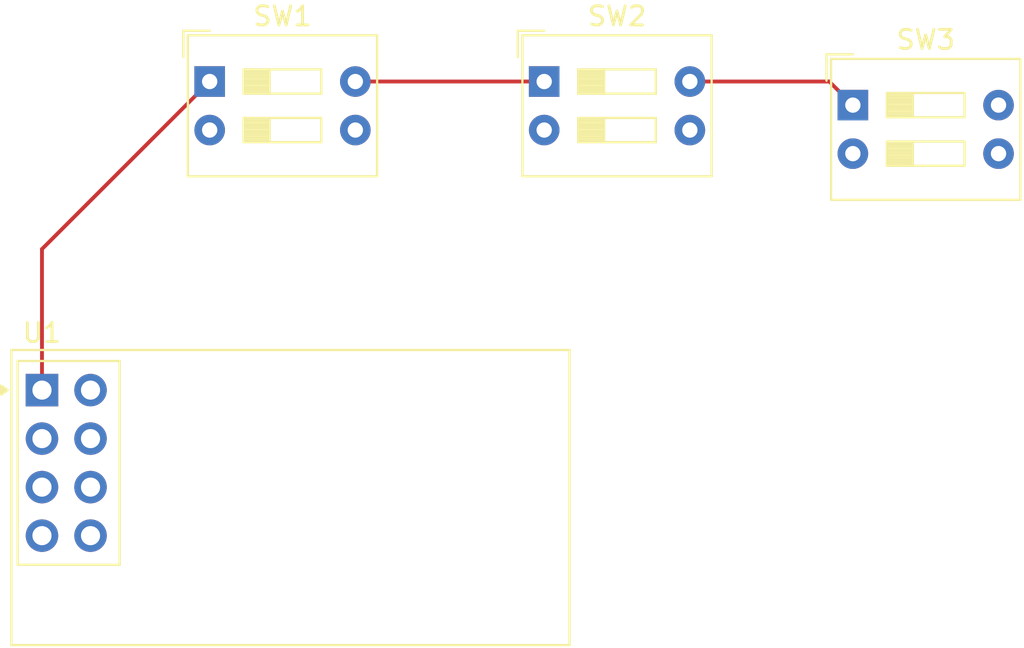
<source format=kicad_pcb>
(kicad_pcb (version 20240108) (generator "pcbnew") (generator_version "8.0")
  (layers (0 "F.Cu" signal) (31 "B.Cu" signal) (34 "B.Paste" user) (35 "F.Paste" user) (36 "B.SilkS" user "B.Silkscreen") (37 "F.SilkS" user "F.Silkscreen") (38 "B.Mask" user) (39 "F.Mask" user) (44 "Edge.Cuts" user))
  (net 0 "")
  (net 1 "GND")
  (net 2 "Net-(U1-GND)")
  (net 4 "+3.3V")
  (net 11 "Net-(SW1-Pad4)")
  (net 16 "Net-(SW2-Pad4)")
  (footprint "Button_Switch_THT:SW_DIP_SPSTx02_Slide_9.78x7.26mm_W7.62mm_P2.54mm" (layer "F.Cu") (at 192.38 77.46)
    (property "Reference" "SW3" (at 3.81 -3.42 360) (layer "F.SilkS"))
    (property "Value" "SW_DIP_x02")
    (fp_line (start -1.38 -2.66) (end -1.38 -1.277) (stroke (width 0.12)) (layer "F.SilkS"))
    (fp_line (start -1.38 -2.66) (end 0.004 -2.66) (stroke (width 0.12)) (layer "F.SilkS"))
    (fp_line (start -1.14 -2.42) (end -1.14 4.96) (stroke (width 0.12)) (layer "F.SilkS"))
    (fp_line (start -1.14 -2.42) (end 8.76 -2.42) (stroke (width 0.12)) (layer "F.SilkS"))
    (fp_line (start -1.14 4.96) (end 8.76 4.96) (stroke (width 0.12)) (layer "F.SilkS"))
    (fp_line (start 1.78 -0.635) (end 1.78 0.635) (stroke (width 0.12)) (layer "F.SilkS"))
    (fp_line (start 1.78 -0.515) (end 3.133333 -0.515) (stroke (width 0.12)) (layer "F.SilkS"))
    (fp_line (start 1.78 -0.395) (end 3.133333 -0.395) (stroke (width 0.12)) (layer "F.SilkS"))
    (fp_line (start 1.78 -0.275) (end 3.133333 -0.275) (stroke (width 0.12)) (layer "F.SilkS"))
    (fp_line (start 1.78 -0.155) (end 3.133333 -0.155) (stroke (width 0.12)) (layer "F.SilkS"))
    (fp_line (start 1.78 -0.035) (end 3.133333 -0.035) (stroke (width 0.12)) (layer "F.SilkS"))
    (fp_line (start 1.78 0.085) (end 3.133333 0.085) (stroke (width 0.12)) (layer "F.SilkS"))
    (fp_line (start 1.78 0.205) (end 3.133333 0.205) (stroke (width 0.12)) (layer "F.SilkS"))
    (fp_line (start 1.78 0.325) (end 3.133333 0.325) (stroke (width 0.12)) (layer "F.SilkS"))
    (fp_line (start 1.78 0.445) (end 3.133333 0.445) (stroke (width 0.12)) (layer "F.SilkS"))
    (fp_line (start 1.78 0.565) (end 3.133333 0.565) (stroke (width 0.12)) (layer "F.SilkS"))
    (fp_line (start 1.78 0.635) (end 5.84 0.635) (stroke (width 0.12)) (layer "F.SilkS"))
    (fp_line (start 1.78 1.905) (end 1.78 3.175) (stroke (width 0.12)) (layer "F.SilkS"))
    (fp_line (start 1.78 2.025) (end 3.133333 2.025) (stroke (width 0.12)) (layer "F.SilkS"))
    (fp_line (start 1.78 2.145) (end 3.133333 2.145) (stroke (width 0.12)) (layer "F.SilkS"))
    (fp_line (start 1.78 2.265) (end 3.133333 2.265) (stroke (width 0.12)) (layer "F.SilkS"))
    (fp_line (start 1.78 2.385) (end 3.133333 2.385) (stroke (width 0.12)) (layer "F.SilkS"))
    (fp_line (start 1.78 2.505) (end 3.133333 2.505) (stroke (width 0.12)) (layer "F.SilkS"))
    (fp_line (start 1.78 2.625) (end 3.133333 2.625) (stroke (width 0.12)) (layer "F.SilkS"))
    (fp_line (start 1.78 2.745) (end 3.133333 2.745) (stroke (width 0.12)) (layer "F.SilkS"))
    (fp_line (start 1.78 2.865) (end 3.133333 2.865) (stroke (width 0.12)) (layer "F.SilkS"))
    (fp_line (start 1.78 2.985) (end 3.133333 2.985) (stroke (width 0.12)) (layer "F.SilkS"))
    (fp_line (start 1.78 3.105) (end 3.133333 3.105) (stroke (width 0.12)) (layer "F.SilkS"))
    (fp_line (start 1.78 3.175) (end 5.84 3.175) (stroke (width 0.12)) (layer "F.SilkS"))
    (fp_line (start 3.133333 -0.635) (end 3.133333 0.635) (stroke (width 0.12)) (layer "F.SilkS"))
    (fp_line (start 3.133333 1.905) (end 3.133333 3.175) (stroke (width 0.12)) (layer "F.SilkS"))
    (fp_line (start 5.84 -0.635) (end 1.78 -0.635) (stroke (width 0.12)) (layer "F.SilkS"))
    (fp_line (start 5.84 0.635) (end 5.84 -0.635) (stroke (width 0.12)) (layer "F.SilkS"))
    (fp_line (start 5.84 1.905) (end 1.78 1.905) (stroke (width 0.12)) (layer "F.SilkS"))
    (fp_line (start 5.84 3.175) (end 5.84 1.905) (stroke (width 0.12)) (layer "F.SilkS"))
    (fp_line (start 8.76 -2.42) (end 8.76 4.96) (stroke (width 0.12)) (layer "F.SilkS"))
    (pad "1" thru_hole rect (at 0 0) (size 1.6 1.6) (drill 0.8) (layers "*.Cu" "*.Mask") (net 16 "Net-(SW2-Pad4)"))
    (pad "2" thru_hole oval (at 0 2.54) (size 1.6 1.6) (drill 0.8) (layers "*.Cu" "*.Mask"))
    (pad "3" thru_hole oval (at 7.62 2.54) (size 1.6 1.6) (drill 0.8) (layers "*.Cu" "*.Mask"))
    (pad "4" thru_hole oval (at 7.62 0) (size 1.6 1.6) (drill 0.8) (layers "*.Cu" "*.Mask") (net 1 "GND"))
  )
  (footprint "RF_Module:nRF24L01_Breakout" (layer "F.Cu") (at 149.96 92.38)
    (property "Reference" "U1" (at 0 -3 0) (layer "F.SilkS"))
    (property "Value" "NRF24L01_Breakout")
    (fp_line (start -1.6 -2.1) (end -1.6 -2.1) (stroke (width 0.12)) (layer "F.SilkS"))
    (fp_line (start -1.6 -2.1) (end 27.6 -2.1) (stroke (width 0.12)) (layer "F.SilkS"))
    (fp_line (start -1.6 13.35) (end -1.6 -2.1) (stroke (width 0.12)) (layer "F.SilkS"))
    (fp_line (start -1.27 -1.524) (end -1.27 -1.524) (stroke (width 0.12)) (layer "F.SilkS"))
    (fp_line (start -1.27 -1.524) (end 4.064 -1.524) (stroke (width 0.12)) (layer "F.SilkS"))
    (fp_line (start -1.27 9.144) (end -1.27 -1.524) (stroke (width 0.12)) (layer "F.SilkS"))
    (fp_line (start -1.27 9.144) (end -1.27 9.144) (stroke (width 0.12)) (layer "F.SilkS"))
    (fp_line (start 4.064 -1.524) (end 4.064 9.144) (stroke (width 0.12)) (layer "F.SilkS"))
    (fp_line (start 4.064 9.144) (end -1.27 9.144) (stroke (width 0.12)) (layer "F.SilkS"))
    (fp_line (start 27.6 -2.1) (end 27.6 13.35) (stroke (width 0.12)) (layer "F.SilkS"))
    (fp_line (start 27.6 13.35) (end -1.6 13.35) (stroke (width 0.12)) (layer "F.SilkS"))
    (fp_poly (pts (xy -1.8 0) (xy -2.136 0.24) (xy -2.136 -0.24) (xy -1.8 0)) (stroke (width 0.12)) (fill solid) (layer "F.SilkS"))
    (pad "1" thru_hole rect (at 0 0) (size 1.7 1.7) (drill 1) (layers "*.Cu" "*.Mask") (net 2 "Net-(U1-GND)"))
    (pad "2" thru_hole circle (at 2.54 0) (size 1.7 1.7) (drill 1) (layers "*.Cu" "*.Mask") (net 4 "+3.3V"))
    (pad "3" thru_hole circle (at 0 2.54) (size 1.7 1.7) (drill 1) (layers "*.Cu" "*.Mask"))
    (pad "4" thru_hole circle (at 2.54 2.54) (size 1.7 1.7) (drill 1) (layers "*.Cu" "*.Mask"))
    (pad "5" thru_hole circle (at 0 5.08) (size 1.7 1.7) (drill 1) (layers "*.Cu" "*.Mask"))
    (pad "6" thru_hole circle (at 2.54 5.08) (size 1.7 1.7) (drill 1) (layers "*.Cu" "*.Mask"))
    (pad "7" thru_hole circle (at 0 7.62) (size 1.7 1.7) (drill 1) (layers "*.Cu" "*.Mask"))
    (pad "8" thru_hole circle (at 2.54 7.62) (size 1.7 1.7) (drill 1) (layers "*.Cu" "*.Mask"))
  )
  (footprint "Button_Switch_THT:SW_DIP_SPSTx02_Slide_9.78x7.26mm_W7.62mm_P2.54mm" (layer "F.Cu") (at 158.7325 76.225)
    (property "Reference" "SW1" (at 3.81 -3.42 360) (layer "F.SilkS"))
    (property "Value" "SW_DIP_x02")
    (fp_line (start -1.38 -2.66) (end -1.38 -1.277) (stroke (width 0.12)) (layer "F.SilkS"))
    (fp_line (start -1.38 -2.66) (end 0.004 -2.66) (stroke (width 0.12)) (layer "F.SilkS"))
    (fp_line (start -1.14 -2.42) (end -1.14 4.96) (stroke (width 0.12)) (layer "F.SilkS"))
    (fp_line (start -1.14 -2.42) (end 8.76 -2.42) (stroke (width 0.12)) (layer "F.SilkS"))
    (fp_line (start -1.14 4.96) (end 8.76 4.96) (stroke (width 0.12)) (layer "F.SilkS"))
    (fp_line (start 1.78 -0.635) (end 1.78 0.635) (stroke (width 0.12)) (layer "F.SilkS"))
    (fp_line (start 1.78 -0.515) (end 3.133333 -0.515) (stroke (width 0.12)) (layer "F.SilkS"))
    (fp_line (start 1.78 -0.395) (end 3.133333 -0.395) (stroke (width 0.12)) (layer "F.SilkS"))
    (fp_line (start 1.78 -0.275) (end 3.133333 -0.275) (stroke (width 0.12)) (layer "F.SilkS"))
    (fp_line (start 1.78 -0.155) (end 3.133333 -0.155) (stroke (width 0.12)) (layer "F.SilkS"))
    (fp_line (start 1.78 -0.035) (end 3.133333 -0.035) (stroke (width 0.12)) (layer "F.SilkS"))
    (fp_line (start 1.78 0.085) (end 3.133333 0.085) (stroke (width 0.12)) (layer "F.SilkS"))
    (fp_line (start 1.78 0.205) (end 3.133333 0.205) (stroke (width 0.12)) (layer "F.SilkS"))
    (fp_line (start 1.78 0.325) (end 3.133333 0.325) (stroke (width 0.12)) (layer "F.SilkS"))
    (fp_line (start 1.78 0.445) (end 3.133333 0.445) (stroke (width 0.12)) (layer "F.SilkS"))
    (fp_line (start 1.78 0.565) (end 3.133333 0.565) (stroke (width 0.12)) (layer "F.SilkS"))
    (fp_line (start 1.78 0.635) (end 5.84 0.635) (stroke (width 0.12)) (layer "F.SilkS"))
    (fp_line (start 1.78 1.905) (end 1.78 3.175) (stroke (width 0.12)) (layer "F.SilkS"))
    (fp_line (start 1.78 2.025) (end 3.133333 2.025) (stroke (width 0.12)) (layer "F.SilkS"))
    (fp_line (start 1.78 2.145) (end 3.133333 2.145) (stroke (width 0.12)) (layer "F.SilkS"))
    (fp_line (start 1.78 2.265) (end 3.133333 2.265) (stroke (width 0.12)) (layer "F.SilkS"))
    (fp_line (start 1.78 2.385) (end 3.133333 2.385) (stroke (width 0.12)) (layer "F.SilkS"))
    (fp_line (start 1.78 2.505) (end 3.133333 2.505) (stroke (width 0.12)) (layer "F.SilkS"))
    (fp_line (start 1.78 2.625) (end 3.133333 2.625) (stroke (width 0.12)) (layer "F.SilkS"))
    (fp_line (start 1.78 2.745) (end 3.133333 2.745) (stroke (width 0.12)) (layer "F.SilkS"))
    (fp_line (start 1.78 2.865) (end 3.133333 2.865) (stroke (width 0.12)) (layer "F.SilkS"))
    (fp_line (start 1.78 2.985) (end 3.133333 2.985) (stroke (width 0.12)) (layer "F.SilkS"))
    (fp_line (start 1.78 3.105) (end 3.133333 3.105) (stroke (width 0.12)) (layer "F.SilkS"))
    (fp_line (start 1.78 3.175) (end 5.84 3.175) (stroke (width 0.12)) (layer "F.SilkS"))
    (fp_line (start 3.133333 -0.635) (end 3.133333 0.635) (stroke (width 0.12)) (layer "F.SilkS"))
    (fp_line (start 3.133333 1.905) (end 3.133333 3.175) (stroke (width 0.12)) (layer "F.SilkS"))
    (fp_line (start 5.84 -0.635) (end 1.78 -0.635) (stroke (width 0.12)) (layer "F.SilkS"))
    (fp_line (start 5.84 0.635) (end 5.84 -0.635) (stroke (width 0.12)) (layer "F.SilkS"))
    (fp_line (start 5.84 1.905) (end 1.78 1.905) (stroke (width 0.12)) (layer "F.SilkS"))
    (fp_line (start 5.84 3.175) (end 5.84 1.905) (stroke (width 0.12)) (layer "F.SilkS"))
    (fp_line (start 8.76 -2.42) (end 8.76 4.96) (stroke (width 0.12)) (layer "F.SilkS"))
    (pad "1" thru_hole rect (at 0 0) (size 1.6 1.6) (drill 0.8) (layers "*.Cu" "*.Mask") (net 2 "Net-(U1-GND)"))
    (pad "2" thru_hole oval (at 0 2.54) (size 1.6 1.6) (drill 0.8) (layers "*.Cu" "*.Mask"))
    (pad "3" thru_hole oval (at 7.62 2.54) (size 1.6 1.6) (drill 0.8) (layers "*.Cu" "*.Mask"))
    (pad "4" thru_hole oval (at 7.62 0) (size 1.6 1.6) (drill 0.8) (layers "*.Cu" "*.Mask") (net 11 "Net-(SW1-Pad4)"))
  )
  (footprint "Button_Switch_THT:SW_DIP_SPSTx02_Slide_9.78x7.26mm_W7.62mm_P2.54mm" (layer "F.Cu") (at 176.2325 76.225)
    (property "Reference" "SW2" (at 3.81 -3.42 360) (layer "F.SilkS"))
    (property "Value" "SW_DIP_x02")
    (fp_line (start -1.38 -2.66) (end -1.38 -1.277) (stroke (width 0.12)) (layer "F.SilkS"))
    (fp_line (start -1.38 -2.66) (end 0.004 -2.66) (stroke (width 0.12)) (layer "F.SilkS"))
    (fp_line (start -1.14 -2.42) (end -1.14 4.96) (stroke (width 0.12)) (layer "F.SilkS"))
    (fp_line (start -1.14 -2.42) (end 8.76 -2.42) (stroke (width 0.12)) (layer "F.SilkS"))
    (fp_line (start -1.14 4.96) (end 8.76 4.96) (stroke (width 0.12)) (layer "F.SilkS"))
    (fp_line (start 1.78 -0.635) (end 1.78 0.635) (stroke (width 0.12)) (layer "F.SilkS"))
    (fp_line (start 1.78 -0.515) (end 3.133333 -0.515) (stroke (width 0.12)) (layer "F.SilkS"))
    (fp_line (start 1.78 -0.395) (end 3.133333 -0.395) (stroke (width 0.12)) (layer "F.SilkS"))
    (fp_line (start 1.78 -0.275) (end 3.133333 -0.275) (stroke (width 0.12)) (layer "F.SilkS"))
    (fp_line (start 1.78 -0.155) (end 3.133333 -0.155) (stroke (width 0.12)) (layer "F.SilkS"))
    (fp_line (start 1.78 -0.035) (end 3.133333 -0.035) (stroke (width 0.12)) (layer "F.SilkS"))
    (fp_line (start 1.78 0.085) (end 3.133333 0.085) (stroke (width 0.12)) (layer "F.SilkS"))
    (fp_line (start 1.78 0.205) (end 3.133333 0.205) (stroke (width 0.12)) (layer "F.SilkS"))
    (fp_line (start 1.78 0.325) (end 3.133333 0.325) (stroke (width 0.12)) (layer "F.SilkS"))
    (fp_line (start 1.78 0.445) (end 3.133333 0.445) (stroke (width 0.12)) (layer "F.SilkS"))
    (fp_line (start 1.78 0.565) (end 3.133333 0.565) (stroke (width 0.12)) (layer "F.SilkS"))
    (fp_line (start 1.78 0.635) (end 5.84 0.635) (stroke (width 0.12)) (layer "F.SilkS"))
    (fp_line (start 1.78 1.905) (end 1.78 3.175) (stroke (width 0.12)) (layer "F.SilkS"))
    (fp_line (start 1.78 2.025) (end 3.133333 2.025) (stroke (width 0.12)) (layer "F.SilkS"))
    (fp_line (start 1.78 2.145) (end 3.133333 2.145) (stroke (width 0.12)) (layer "F.SilkS"))
    (fp_line (start 1.78 2.265) (end 3.133333 2.265) (stroke (width 0.12)) (layer "F.SilkS"))
    (fp_line (start 1.78 2.385) (end 3.133333 2.385) (stroke (width 0.12)) (layer "F.SilkS"))
    (fp_line (start 1.78 2.505) (end 3.133333 2.505) (stroke (width 0.12)) (layer "F.SilkS"))
    (fp_line (start 1.78 2.625) (end 3.133333 2.625) (stroke (width 0.12)) (layer "F.SilkS"))
    (fp_line (start 1.78 2.745) (end 3.133333 2.745) (stroke (width 0.12)) (layer "F.SilkS"))
    (fp_line (start 1.78 2.865) (end 3.133333 2.865) (stroke (width 0.12)) (layer "F.SilkS"))
    (fp_line (start 1.78 2.985) (end 3.133333 2.985) (stroke (width 0.12)) (layer "F.SilkS"))
    (fp_line (start 1.78 3.105) (end 3.133333 3.105) (stroke (width 0.12)) (layer "F.SilkS"))
    (fp_line (start 1.78 3.175) (end 5.84 3.175) (stroke (width 0.12)) (layer "F.SilkS"))
    (fp_line (start 3.133333 -0.635) (end 3.133333 0.635) (stroke (width 0.12)) (layer "F.SilkS"))
    (fp_line (start 3.133333 1.905) (end 3.133333 3.175) (stroke (width 0.12)) (layer "F.SilkS"))
    (fp_line (start 5.84 -0.635) (end 1.78 -0.635) (stroke (width 0.12)) (layer "F.SilkS"))
    (fp_line (start 5.84 0.635) (end 5.84 -0.635) (stroke (width 0.12)) (layer "F.SilkS"))
    (fp_line (start 5.84 1.905) (end 1.78 1.905) (stroke (width 0.12)) (layer "F.SilkS"))
    (fp_line (start 5.84 3.175) (end 5.84 1.905) (stroke (width 0.12)) (layer "F.SilkS"))
    (fp_line (start 8.76 -2.42) (end 8.76 4.96) (stroke (width 0.12)) (layer "F.SilkS"))
    (pad "1" thru_hole rect (at 0 0) (size 1.6 1.6) (drill 0.8) (layers "*.Cu" "*.Mask") (net 11 "Net-(SW1-Pad4)"))
    (pad "2" thru_hole oval (at 0 2.54) (size 1.6 1.6) (drill 0.8) (layers "*.Cu" "*.Mask"))
    (pad "3" thru_hole oval (at 7.62 2.54) (size 1.6 1.6) (drill 0.8) (layers "*.Cu" "*.Mask"))
    (pad "4" thru_hole oval (at 7.62 0) (size 1.6 1.6) (drill 0.8) (layers "*.Cu" "*.Mask") (net 16 "Net-(SW2-Pad4)"))
  )
  (segment (start 149.96 92.38) (end 149.96 84.9975) (width 0.2) (layer "F.Cu") (net 2))
  (segment (start 149.96 84.9975) (end 158.7325 76.225) (width 0.2) (layer "F.Cu") (net 2))
  (segment (start 166.3525 76.225) (end 176.2325 76.225) (width 0.2) (layer "F.Cu") (net 11))
  (segment (start 183.8525 76.225) (end 191.145 76.225) (width 0.2) (layer "F.Cu") (net 16))
  (segment (start 191.145 76.225) (end 192.38 77.46) (width 0.2) (layer "F.Cu") (net 16))
)
</source>
